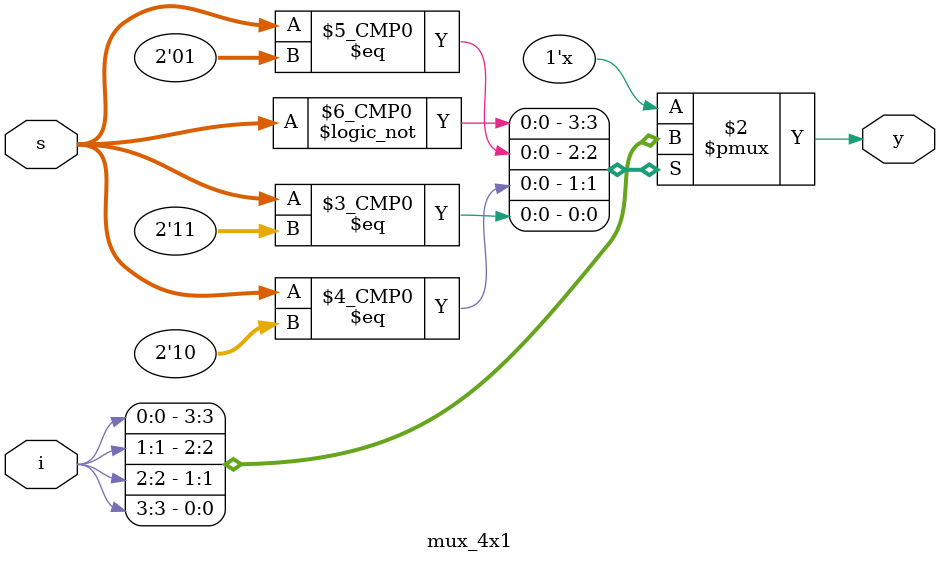
<source format=v>
`timescale 1ns / 1ps

module mux_4x1(
    input wire [3:0]i,
    input wire [1:0]s,
    output reg y
    );
    always @(*) begin 
     case (s)
        2'b00 : y = i[0] ;
        2'b01 : y = i[1] ;
        2'b10 : y = i[2] ;
        2'b11 : y = i[3] ;
       default: y = i[0] ; 
        
     endcase
    
    end
endmodule

</source>
